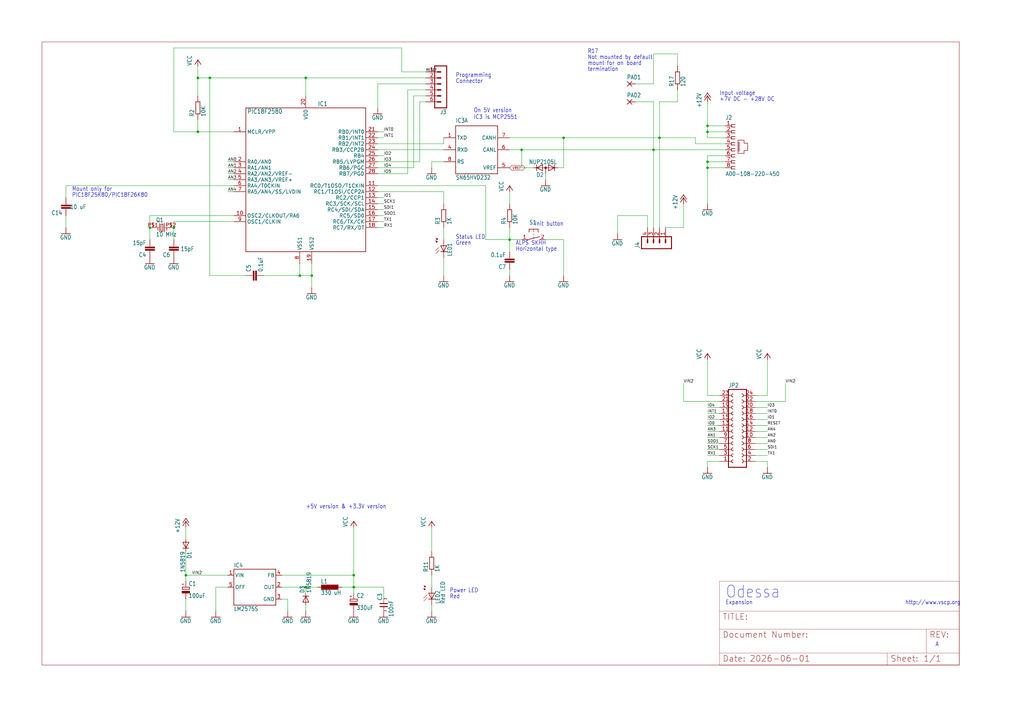
<source format=kicad_sch>
(kicad_sch (version 20250114) (generator "eeschema") (generator_version "9.0")
  (paper "User" 433.807 302.311)
  (lib_symbols
    (symbol "odessa_rev_A-eagle-import:+12V" (power)
      (symbol "+12V_1_0"
        (pin power_in line (at 0 -2.54 90) (length 2.54) (name "+12V") (number "1"))
      )
    )
    (symbol "odessa_rev_A-eagle-import:1,6/0,8"
      (property "Reference" "PAD" (at -1.143 1.8542 0))
      (symbol "1,6/0,8_1_0"
        (pin passive line (at 2.54 0 180) (length 2.54) (name "P") (number "1"))
      )
    )
    (symbol "odessa_rev_A-eagle-import:31-XX"
      (property "Reference" "S" (at -6.35 -1.905 90))
      (symbol "31-XX_1_0"
        (pin passive line (at 0 5.08 270) (length 2.54) (name "S") (number "2"))
        (pin passive line (at 0 -5.08 90) (length 2.54) (name "P") (number "1"))
      )
    )
    (symbol "odessa_rev_A-eagle-import:A00-108-220-450"
      (symbol "A00-108-220-450_1_0"
        (pin passive line (at 0 7.62 0) (length 2.54) (name "1") (number "1"))
        (pin passive line (at 0 5.08 0) (length 2.54) (name "2") (number "2"))
        (pin passive line (at 0 2.54 0) (length 2.54) (name "3") (number "3"))
        (pin passive line (at 0 0 0) (length 2.54) (name "4") (number "4"))
        (pin passive line (at 0 -2.54 0) (length 2.54) (name "5") (number "5"))
        (pin passive line (at 0 -5.08 0) (length 2.54) (name "6") (number "6"))
        (pin passive line (at 0 -7.62 0) (length 2.54) (name "7") (number "7"))
        (pin passive line (at 0 -10.16 0) (length 2.54) (name "8") (number "8"))
      )
    )
    (symbol "odessa_rev_A-eagle-import:C-EUC0805"
      (property "Reference" "C" (at 1.524 0.381 0))
      (symbol "C-EUC0805_1_0"
        (pin passive line (at 0 2.54 270) (length 2.54) (name "1") (number "1"))
        (pin passive line (at 0 -5.08 90) (length 2.54) (name "2") (number "2"))
      )
    )
    (symbol "odessa_rev_A-eagle-import:CNP-0805"
      (property "Reference" "C" (at 1.905 0.635 0))
      (symbol "CNP-0805_1_0"
        (text "1" (at -2.794 -1.27 0) (effects (font (size 0.8636 0.734)) (justify left bottom)))
        (text "2" (at 2.286 -1.27 0) (effects (font (size 0.8636 0.734)) (justify left bottom)))
        (pin passive line (at -2.54 0 0) (length 0) (name "1") (number "1"))
        (pin passive line (at 2.54 0 180) (length 0) (name "2") (number "2"))
      )
    )
    (symbol "odessa_rev_A-eagle-import:CPOL-EUD"
      (property "Reference" "C" (at 1.143 0.4826 0))
      (symbol "CPOL-EUD_1_0"
        (text "+" (at -0.5842 0.4064 900) (effects (font (size 1.27 1.0795)) (justify left bottom)))
        (pin passive line (at 0 2.54 270) (length 2.54) (name "+") (number "+"))
        (pin passive line (at 0 -5.08 90) (length 2.54) (name "-") (number "-"))
      )
    )
    (symbol "odessa_rev_A-eagle-import:DINA3_L"
      (symbol "DINA3_L_2_0"
        (text "TITLE:" (at 1.27 19.05 0) (effects (font (size 2.54 2.54)) (justify left bottom)))
        (text "Document Number:" (at 1.27 11.43 0) (effects (font (size 2.54 2.54)) (justify left bottom)))
        (text "Date:" (at 1.27 1.27 0) (effects (font (size 2.54 2.54)) (justify left bottom)))
        (text "${CURRENT_DATE}" (at 12.7 1.27 0) (effects (font (size 2.54 2.54)) (justify left bottom)))
        (text "${PROJECTNAME}" (at 17.78 19.05 0) (effects (font (size 2.54 2.54)) (justify left bottom)))
        (text "Sheet:" (at 72.39 1.27 0) (effects (font (size 2.54 2.54)) (justify left bottom)))
        (text "${#}/${##}" (at 86.36 1.27 0) (effects (font (size 2.54 2.54)) (justify left bottom)))
        (text "REV:" (at 88.9 11.43 0) (effects (font (size 2.54 2.54)) (justify left bottom)))
      )
    )
    (symbol "odessa_rev_A-eagle-import:DIODE-2CA|ACSOT23"
      (property "Reference" "D" (at 0.762 2.0066 0))
      (symbol "DIODE-2CA|ACSOT23_1_0"
        (pin passive line (at -5.08 0 0) (length 2.54) (name "K1") (number "1"))
        (pin passive line (at 0 2.54 270) (length 2.54) (name "A") (number "3"))
        (pin passive line (at 5.08 0 180) (length 2.54) (name "K2") (number "2"))
      )
    )
    (symbol "odessa_rev_A-eagle-import:DIODE-SOD123"
      (property "Reference" "D" (at 2.54 0.4826 0))
      (symbol "DIODE-SOD123_1_0"
        (pin passive line (at -2.54 0 0) (length 2.54) (name "A") (number "A"))
        (pin passive line (at 2.54 0 180) (length 2.54) (name "C") (number "C"))
      )
    )
    (symbol "odessa_rev_A-eagle-import:DO3316P"
      (property "Reference" "L" (at -3.81 1.4986 0))
      (symbol "DO3316P_1_0"
        (pin passive line (at -5.08 0 0) (length 2.54) (name "1") (number "1"))
        (pin passive line (at 5.08 0 180) (length 2.54) (name "2") (number "2"))
      )
    )
    (symbol "odessa_rev_A-eagle-import:FE12-2"
      (property "Reference" "SV" (at -3.81 16.002 0))
      (symbol "FE12-2_1_0"
        (pin passive line (at -7.62 12.7 0) (length 5.08) (name "23") (number "23"))
        (pin passive line (at -7.62 10.16 0) (length 5.08) (name "21") (number "21"))
        (pin passive line (at -7.62 7.62 0) (length 5.08) (name "19") (number "19"))
        (pin passive line (at -7.62 5.08 0) (length 5.08) (name "17") (number "17"))
        (pin passive line (at -7.62 2.54 0) (length 5.08) (name "15") (number "15"))
        (pin passive line (at -7.62 0 0) (length 5.08) (name "13") (number "13"))
        (pin passive line (at -7.62 -2.54 0) (length 5.08) (name "11") (number "11"))
        (pin passive line (at -7.62 -5.08 0) (length 5.08) (name "9") (number "9"))
        (pin passive line (at -7.62 -7.62 0) (length 5.08) (name "7") (number "7"))
        (pin passive line (at -7.62 -10.16 0) (length 5.08) (name "5") (number "5"))
        (pin passive line (at -7.62 -12.7 0) (length 5.08) (name "3") (number "3"))
        (pin passive line (at -7.62 -15.24 0) (length 5.08) (name "1") (number "1"))
        (pin passive line (at 7.62 12.7 180) (length 5.08) (name "24") (number "24"))
        (pin passive line (at 7.62 10.16 180) (length 5.08) (name "22") (number "22"))
        (pin passive line (at 7.62 7.62 180) (length 5.08) (name "20") (number "20"))
        (pin passive line (at 7.62 5.08 180) (length 5.08) (name "18") (number "18"))
        (pin passive line (at 7.62 2.54 180) (length 5.08) (name "16") (number "16"))
        (pin passive line (at 7.62 0 180) (length 5.08) (name "14") (number "14"))
        (pin passive line (at 7.62 -2.54 180) (length 5.08) (name "12") (number "12"))
        (pin passive line (at 7.62 -5.08 180) (length 5.08) (name "10") (number "10"))
        (pin passive line (at 7.62 -7.62 180) (length 5.08) (name "8") (number "8"))
        (pin passive line (at 7.62 -10.16 180) (length 5.08) (name "6") (number "6"))
        (pin passive line (at 7.62 -12.7 180) (length 5.08) (name "4") (number "4"))
        (pin passive line (at 7.62 -15.24 180) (length 5.08) (name "2") (number "2"))
      )
    )
    (symbol "odessa_rev_A-eagle-import:GND" (power)
      (symbol "GND_1_0"
        (pin power_in line (at 0 2.54 270) (length 2.54) (name "GND") (number "1"))
      )
    )
    (symbol "odessa_rev_A-eagle-import:HC-49S"
      (symbol "HC-49S_1_0"
        (text "1" (at -2.159 -1.143 0) (effects (font (size 0.8636 0.734)) (justify left bottom)))
        (text "2" (at 1.524 -1.143 0) (effects (font (size 0.8636 0.734)) (justify left bottom)))
        (pin passive line (at -5.08 0 0) (length 2.54) (name "1") (number "P$1"))
        (pin passive line (at 5.08 0 180) (length 2.54) (name "2") (number "P$2"))
      )
    )
    (symbol "odessa_rev_A-eagle-import:LEDCHIP-LED0805"
      (property "Reference" "LED" (at 3.556 -4.572 90))
      (symbol "LEDCHIP-LED0805_1_0"
        (pin passive line (at 0 2.54 270) (length 2.54) (name "A") (number "A"))
        (pin passive line (at 0 -5.08 90) (length 2.54) (name "C") (number "C"))
      )
    )
    (symbol "odessa_rev_A-eagle-import:LM2575S"
      (property "Reference" "IC" (at -7.62 8.28 0))
      (symbol "LM2575S_1_0"
        (pin power_in line (at -10.16 5.08 0) (length 2.54) (name "VIN") (number "1"))
        (pin input line (at -10.16 0 0) (length 2.54) (name "OFF") (number "5"))
        (pin input line (at 12.7 5.08 180) (length 2.54) (name "FB") (number "4"))
        (pin output line (at 12.7 0 180) (length 2.54) (name "OUT") (number "2"))
        (pin power_in line (at 12.7 -5.08 180) (length 2.54) (name "GND") (number "3"))
      )
    )
    (symbol "odessa_rev_A-eagle-import:MA04-1"
      (property "Reference" "SV" (at -1.27 5.842 0))
      (symbol "MA04-1_1_0"
        (pin passive line (at 7.62 2.54 180) (length 5.08) (name "4") (number "4"))
        (pin passive line (at 7.62 0 180) (length 5.08) (name "3") (number "3"))
        (pin passive line (at 7.62 -2.54 180) (length 5.08) (name "2") (number "2"))
        (pin passive line (at 7.62 -5.08 180) (length 5.08) (name "1") (number "1"))
      )
    )
    (symbol "odessa_rev_A-eagle-import:MA06-1"
      (property "Reference" "SV" (at -1.27 8.382 0))
      (symbol "MA06-1_1_0"
        (pin passive line (at 7.62 5.08 180) (length 5.08) (name "6") (number "6"))
        (pin passive line (at 7.62 2.54 180) (length 5.08) (name "5") (number "5"))
        (pin passive line (at 7.62 0 180) (length 5.08) (name "4") (number "4"))
        (pin passive line (at 7.62 -2.54 180) (length 5.08) (name "3") (number "3"))
        (pin passive line (at 7.62 -5.08 180) (length 5.08) (name "2") (number "2"))
        (pin passive line (at 7.62 -7.62 180) (length 5.08) (name "1") (number "1"))
      )
    )
    (symbol "odessa_rev_A-eagle-import:MCP2551SN"
      (property "Reference" "U" (at -2.54 0 0))
      (symbol "MCP2551SN_1_0"
        (pin input line (at -15.24 5.08 0) (length 5.08) (name "TXD") (number "1"))
        (pin output line (at -15.24 0 0) (length 5.08) (name "RXD") (number "4"))
        (pin input line (at -15.24 -5.08 0) (length 5.08) (name "RS") (number "8"))
        (pin bidirectional line (at 12.7 5.08 180) (length 5.08) (name "CANH") (number "7"))
        (pin bidirectional line (at 12.7 0 180) (length 5.08) (name "CANL") (number "6"))
        (pin power_in line (at 12.7 -7.62 180) (length 5.08) (name "VREF") (number "5"))
      )
      (symbol "MCP2551SN_2_0"
        (text "VDD" (at 2.54 2.54 900) (effects (font (size 1.4224 1.209)) (justify left bottom)))
        (text "VDD" (at 2.54 2.54 900) (effects (font (size 1.4224 1.209)) (justify left bottom)))
        (text "VSS" (at 2.54 -7.62 900) (effects (font (size 1.4224 1.209)) (justify left bottom)))
        (text "VSS" (at 2.54 -7.62 900) (effects (font (size 1.4224 1.209)) (justify left bottom)))
        (pin power_in line (at 0 7.62 270) (length 5.08) (name "VDD") (number "3"))
        (pin power_in line (at 0 -7.62 90) (length 5.08) (name "VSS") (number "2"))
      )
    )
    (symbol "odessa_rev_A-eagle-import:PIC18F252-?I/SO"
      (property "Reference" "IC" (at 5.08 31.115 0))
      (symbol "PIC18F252-?I/SO_1_0"
        (pin input line (at -30.48 20.32 0) (length 5.08) (name "MCLR/VPP") (number "1"))
        (pin bidirectional line (at -30.48 7.62 0) (length 5.08) (name "RA0/AN0") (number "2"))
        (pin bidirectional line (at -30.48 5.08 0) (length 5.08) (name "RA1/AN1") (number "3"))
        (pin bidirectional line (at -30.48 2.54 0) (length 5.08) (name "RA2/AN2/VREF-") (number "4"))
        (pin bidirectional line (at -30.48 0 0) (length 5.08) (name "RA3/AN3/VREF+") (number "5"))
        (pin open_collector line (at -30.48 -2.54 0) (length 5.08) (name "RA4/T0CKIN") (number "6"))
        (pin bidirectional line (at -30.48 -5.08 0) (length 5.08) (name "RA5/AN4/SS/LVDIN") (number "7"))
        (pin output line (at -30.48 -15.24 0) (length 5.08) (name "OSC2/CLKOUT/RA6") (number "10"))
        (pin input line (at -30.48 -17.78 0) (length 5.08) (name "OSC1/CLKIN") (number "9"))
        (pin power_in line (at -2.54 -35.56 90) (length 5.08) (name "VSS1") (number "8"))
        (pin power_in line (at 0 35.56 270) (length 5.08) (name "VDD") (number "20"))
        (pin power_in line (at 2.54 -35.56 90) (length 5.08) (name "VSS2") (number "19"))
        (pin bidirectional line (at 30.48 20.32 180) (length 5.08) (name "RB0/INT0") (number "21"))
        (pin bidirectional line (at 30.48 17.78 180) (length 5.08) (name "RB1/INT1") (number "22"))
        (pin bidirectional line (at 30.48 15.24 180) (length 5.08) (name "RB2/INT2") (number "23"))
        (pin bidirectional line (at 30.48 12.7 180) (length 5.08) (name "RB3/CCP2B") (number "24"))
        (pin bidirectional line (at 30.48 10.16 180) (length 5.08) (name "RB4") (number "25"))
        (pin bidirectional line (at 30.48 7.62 180) (length 5.08) (name "RB5/LVPGM") (number "26"))
        (pin bidirectional line (at 30.48 5.08 180) (length 5.08) (name "RB6/PGC") (number "27"))
        (pin bidirectional line (at 30.48 2.54 180) (length 5.08) (name "RB7/PGD") (number "28"))
        (pin bidirectional line (at 30.48 -2.54 180) (length 5.08) (name "RC0/T1OSO/T1CKIN") (number "11"))
        (pin bidirectional line (at 30.48 -5.08 180) (length 5.08) (name "RC1/T1OSI/CCP2A") (number "12"))
        (pin bidirectional line (at 30.48 -7.62 180) (length 5.08) (name "RC2/CCP1") (number "13"))
        (pin bidirectional line (at 30.48 -10.16 180) (length 5.08) (name "RC3/SCK/SCL") (number "14"))
        (pin bidirectional line (at 30.48 -12.7 180) (length 5.08) (name "RC4/SDI/SDA") (number "15"))
        (pin bidirectional line (at 30.48 -15.24 180) (length 5.08) (name "RC5/SD0") (number "16"))
        (pin bidirectional line (at 30.48 -17.78 180) (length 5.08) (name "RC6/TX/CK") (number "17"))
        (pin bidirectional line (at 30.48 -20.32 180) (length 5.08) (name "RC7/RX/DT") (number "18"))
      )
    )
    (symbol "odessa_rev_A-eagle-import:R-EU_R0805"
      (property "Reference" "R" (at -3.81 1.4986 0))
      (symbol "R-EU_R0805_1_0"
        (pin passive line (at -5.08 0 0) (length 2.54) (name "1") (number "1"))
        (pin passive line (at 5.08 0 180) (length 2.54) (name "2") (number "2"))
      )
    )
    (symbol "odessa_rev_A-eagle-import:VCC" (power)
      (symbol "VCC_1_0"
        (pin power_in line (at 0 -2.54 90) (length 2.54) (name "VCC") (number "1"))
      )
    )
  )
  (text "Red" (at 190.5 254 0) (effects (font (size 1.778 1.5113)) (justify left bottom)))
  (text "Green" (at 193.04 104.14 0) (effects (font (size 1.778 1.5113)) (justify left bottom)))
  (text "Not mounted by default" (at 248.92 25.4 0) (effects (font (size 1.778 1.5113)) (justify left bottom)))
  (text "Odessa" (at 307.34 254 0) (effects (font (size 5.08 4.318)) (justify left bottom)))
  (text "Init button" (at 238.76 93.98 0) (effects (font (size 1.778 1.5113)) (justify right top)))
  (text "Horizontal type" (at 218.44 106.68 0) (effects (font (size 1.778 1.5113)) (justify left bottom)))
  (text "Power LED" (at 190.5 251.46 0) (effects (font (size 1.778 1.5113)) (justify left bottom)))
  (text "Input voltage" (at 304.8 40.64 0) (effects (font (size 1.778 1.5113)) (justify left bottom)))
  (text "On 5V version\nIC3 is MCP2551" (at 200.66 50.8 0) (effects (font (size 1.778 1.5113)) (justify left bottom)))
  (text "+7V DC - +28V DC" (at 304.8 43.18 0) (effects (font (size 1.778 1.5113)) (justify left bottom)))
  (text "R17" (at 248.92 22.86 0) (effects (font (size 1.778 1.5113)) (justify left bottom)))
  (text "http://www.vscp.org" (at 383.54 256.54 0) (effects (font (size 1.778 1.5113)) (justify left bottom)))
  (text "A" (at 396.24 274.32 0) (effects (font (size 1.778 1.5113)) (justify left bottom)))
  (text "termination" (at 248.92 30.48 0) (effects (font (size 1.778 1.5113)) (justify left bottom)))
  (text "mount for on board" (at 248.92 27.94 0) (effects (font (size 1.778 1.5113)) (justify left bottom)))
  (text "Status LED" (at 193.04 101.6 0) (effects (font (size 1.778 1.5113)) (justify left bottom)))
  (text "ALPS SKHH" (at 218.44 104.14 0) (effects (font (size 1.778 1.5113)) (justify left bottom)))
  (text "Connector" (at 193.04 35.56 0) (effects (font (size 1.778 1.5113)) (justify left bottom)))
  (text "PIC18F25K80/PIC18F26K80" (at 30.48 83.82 0) (effects (font (size 1.778 1.5113)) (justify left bottom)))
  (text "Programming" (at 193.04 33.02 0) (effects (font (size 1.778 1.5113)) (justify left bottom)))
  (text "Mount only for" (at 30.48 81.28 0) (effects (font (size 1.778 1.5113)) (justify left bottom)))
  (text "+5V version & +3.3V version" (at 129.54 215.9 0) (effects (font (size 1.778 1.5113)) (justify left bottom)))
  (text "Expansion" (at 307.34 256.54 0) (effects (font (size 1.778 1.5113)) (justify left bottom)))
  (junction (at 220.98 63.5))
  (junction (at 149.86 248.92))
  (junction (at 238.76 58.42))
  (junction (at 83.82 33.02))
  (junction (at 279.4 58.42))
  (junction (at 132.08 116.84))
  (junction (at 63.5 96.52))
  (junction (at 299.72 68.58))
  (junction (at 78.74 243.84))
  (junction (at 83.82 55.88))
  (junction (at 73.66 96.52))
  (junction (at 299.72 55.88))
  (junction (at 215.9 101.6))
  (junction (at 149.86 243.84))
  (junction (at 129.54 248.92))
  (junction (at 299.72 71.12))
  (junction (at 88.9 33.02))
  (junction (at 276.86 63.5))
  (junction (at 299.72 53.34))
  (junction (at 129.54 33.02))
  (junction (at 127 116.84))
  (wire (pts (xy 160.02 58.42) (xy 162.56 58.42)) (stroke (width 0.1524)))
  (wire (pts (xy 261.62 91.44) (xy 261.62 99.06)) (stroke (width 0.1524)))
  (wire (pts (xy 299.72 195.58) (xy 299.72 198.12)) (stroke (width 0.1524)))
  (wire (pts (xy 187.96 101.6) (xy 187.96 96.52)) (stroke (width 0.1524)))
  (wire (pts (xy 149.86 243.84) (xy 149.86 248.92)) (stroke (width 0.1524)))
  (wire (pts (xy 88.9 33.02) (xy 83.82 33.02)) (stroke (width 0.1524)))
  (wire (pts (xy 177.8 68.58) (xy 160.02 68.58)) (stroke (width 0.1524)))
  (wire (pts (xy 160.02 86.36) (xy 162.56 86.36)) (stroke (width 0.1524)))
  (wire (pts (xy 299.72 55.88) (xy 299.72 53.34)) (stroke (width 0.1524)))
  (wire (pts (xy 238.76 101.6) (xy 238.76 116.84)) (stroke (width 0.1524)))
  (wire (pts (xy 287.02 43.18) (xy 279.4 43.18)) (stroke (width 0.1524)))
  (wire (pts (xy 180.34 43.18) (xy 177.8 43.18)) (stroke (width 0.1524)))
  (wire (pts (xy 299.72 68.58) (xy 299.72 71.12)) (stroke (width 0.1524)))
  (wire (pts (xy 304.8 180.34) (xy 299.72 180.34)) (stroke (width 0.1524)))
  (wire (pts (xy 160.02 96.52) (xy 162.56 96.52)) (stroke (width 0.1524)))
  (wire (pts (xy 160.02 78.74) (xy 205.74 78.74)) (stroke (width 0.1524)))
  (wire (pts (xy 99.06 71.12) (xy 96.52 71.12)) (stroke (width 0.1524)))
  (wire (pts (xy 215.9 96.52) (xy 215.9 101.6)) (stroke (width 0.1524)))
  (wire (pts (xy 320.04 170.18) (xy 332.74 170.18)) (stroke (width 0.1524)))
  (wire (pts (xy 27.94 78.74) (xy 27.94 83.82)) (stroke (width 0.1524)))
  (wire (pts (xy 304.8 185.42) (xy 299.72 185.42)) (stroke (width 0.1524)))
  (wire (pts (xy 287.02 38.1) (xy 287.02 43.18)) (stroke (width 0.1524)))
  (wire (pts (xy 172.72 73.66) (xy 160.02 73.66)) (stroke (width 0.1524)))
  (wire (pts (xy 307.34 58.42) (xy 299.72 58.42)) (stroke (width 0.1524)))
  (wire (pts (xy 132.08 116.84) (xy 132.08 111.76)) (stroke (width 0.1524)))
  (wire (pts (xy 160.02 88.9) (xy 162.56 88.9)) (stroke (width 0.1524)))
  (wire (pts (xy 99.06 91.44) (xy 63.5 91.44)) (stroke (width 0.1524)))
  (wire (pts (xy 289.56 170.18) (xy 289.56 162.56)) (stroke (width 0.1524)))
  (wire (pts (xy 99.06 78.74) (xy 27.94 78.74)) (stroke (width 0.1524)))
  (wire (pts (xy 149.86 248.92) (xy 144.78 248.92)) (stroke (width 0.1524)))
  (wire (pts (xy 187.96 60.96) (xy 187.96 58.42)) (stroke (width 0.1524)))
  (wire (pts (xy 27.94 96.52) (xy 27.94 91.44)) (stroke (width 0.1524)))
  (wire (pts (xy 304.8 193.04) (xy 299.72 193.04)) (stroke (width 0.1524)))
  (wire (pts (xy 299.72 71.12) (xy 299.72 86.36)) (stroke (width 0.1524)))
  (wire (pts (xy 172.72 38.1) (xy 172.72 73.66)) (stroke (width 0.1524)))
  (wire (pts (xy 279.4 58.42) (xy 294.64 58.42)) (stroke (width 0.1524)))
  (wire (pts (xy 162.56 248.92) (xy 162.56 254)) (stroke (width 0.1524)))
  (wire (pts (xy 220.98 71.12) (xy 220.98 63.5)) (stroke (width 0.1524)))
  (wire (pts (xy 83.82 40.64) (xy 83.82 33.02)) (stroke (width 0.1524)))
  (wire (pts (xy 73.66 20.32) (xy 73.66 55.88)) (stroke (width 0.1524)))
  (wire (pts (xy 320.04 177.8) (xy 325.12 177.8)) (stroke (width 0.1524)))
  (wire (pts (xy 269.24 35.56) (xy 276.86 35.56)) (stroke (width 0.1524)))
  (wire (pts (xy 304.8 187.96) (xy 299.72 187.96)) (stroke (width 0.1524)))
  (wire (pts (xy 127 111.76) (xy 127 116.84)) (stroke (width 0.1524)))
  (wire (pts (xy 127 116.84) (xy 132.08 116.84)) (stroke (width 0.1524)))
  (wire (pts (xy 304.8 195.58) (xy 299.72 195.58)) (stroke (width 0.1524)))
  (wire (pts (xy 238.76 58.42) (xy 279.4 58.42)) (stroke (width 0.1524)))
  (wire (pts (xy 63.5 96.52) (xy 63.5 101.6)) (stroke (width 0.1524)))
  (wire (pts (xy 320.04 175.26) (xy 325.12 175.26)) (stroke (width 0.1524)))
  (wire (pts (xy 325.12 167.64) (xy 325.12 152.4)) (stroke (width 0.1524)))
  (wire (pts (xy 304.8 182.88) (xy 299.72 182.88)) (stroke (width 0.1524)))
  (wire (pts (xy 215.9 63.5) (xy 220.98 63.5)) (stroke (width 0.1524)))
  (wire (pts (xy 307.34 68.58) (xy 299.72 68.58)) (stroke (width 0.1524)))
  (wire (pts (xy 182.88 71.12) (xy 182.88 68.58)) (stroke (width 0.1524)))
  (wire (pts (xy 304.8 167.64) (xy 299.72 167.64)) (stroke (width 0.1524)))
  (wire (pts (xy 160.02 63.5) (xy 187.96 63.5)) (stroke (width 0.1524)))
  (wire (pts (xy 99.06 73.66) (xy 96.52 73.66)) (stroke (width 0.1524)))
  (wire (pts (xy 149.86 248.92) (xy 162.56 248.92)) (stroke (width 0.1524)))
  (wire (pts (xy 121.92 254) (xy 121.92 259.08)) (stroke (width 0.1524)))
  (wire (pts (xy 215.9 86.36) (xy 215.9 81.28)) (stroke (width 0.1524)))
  (wire (pts (xy 332.74 170.18) (xy 332.74 162.56)) (stroke (width 0.1524)))
  (wire (pts (xy 279.4 96.52) (xy 279.4 58.42)) (stroke (width 0.1524)))
  (wire (pts (xy 160.02 60.96) (xy 187.96 60.96)) (stroke (width 0.1524)))
  (wire (pts (xy 205.74 78.74) (xy 205.74 101.6)) (stroke (width 0.1524)))
  (wire (pts (xy 304.8 172.72) (xy 299.72 172.72)) (stroke (width 0.1524)))
  (wire (pts (xy 231.14 76.2) (xy 231.14 73.66)) (stroke (width 0.1524)))
  (wire (pts (xy 170.18 20.32) (xy 73.66 20.32)) (stroke (width 0.1524)))
  (wire (pts (xy 160.02 91.44) (xy 162.56 91.44)) (stroke (width 0.1524)))
  (wire (pts (xy 215.9 101.6) (xy 215.9 106.68)) (stroke (width 0.1524)))
  (wire (pts (xy 320.04 195.58) (xy 325.12 195.58)) (stroke (width 0.1524)))
  (wire (pts (xy 99.06 68.58) (xy 96.52 68.58)) (stroke (width 0.1524)))
  (wire (pts (xy 187.96 109.22) (xy 187.96 116.84)) (stroke (width 0.1524)))
  (wire (pts (xy 160.02 66.04) (xy 162.56 66.04)) (stroke (width 0.1524)))
  (wire (pts (xy 73.66 93.98) (xy 99.06 93.98)) (stroke (width 0.1524)))
  (wire (pts (xy 160.02 81.28) (xy 187.96 81.28)) (stroke (width 0.1524)))
  (wire (pts (xy 226.06 71.12) (xy 220.98 71.12)) (stroke (width 0.1524)))
  (wire (pts (xy 160.02 45.72) (xy 160.02 35.56)) (stroke (width 0.1524)))
  (wire (pts (xy 307.34 53.34) (xy 299.72 53.34)) (stroke (width 0.1524)))
  (wire (pts (xy 299.72 53.34) (xy 299.72 43.18)) (stroke (width 0.1524)))
  (wire (pts (xy 307.34 71.12) (xy 299.72 71.12)) (stroke (width 0.1524)))
  (wire (pts (xy 320.04 172.72) (xy 325.12 172.72)) (stroke (width 0.1524)))
  (wire (pts (xy 96.52 243.84) (xy 78.74 243.84)) (stroke (width 0.1524)))
  (wire (pts (xy 304.8 175.26) (xy 299.72 175.26)) (stroke (width 0.1524)))
  (wire (pts (xy 88.9 116.84) (xy 88.9 33.02)) (stroke (width 0.1524)))
  (wire (pts (xy 78.74 228.6) (xy 78.74 223.52)) (stroke (width 0.1524)))
  (wire (pts (xy 160.02 83.82) (xy 162.56 83.82)) (stroke (width 0.1524)))
  (wire (pts (xy 287.02 22.86) (xy 276.86 22.86)) (stroke (width 0.1524)))
  (wire (pts (xy 236.22 71.12) (xy 238.76 71.12)) (stroke (width 0.1524)))
  (wire (pts (xy 111.76 116.84) (xy 127 116.84)) (stroke (width 0.1524)))
  (wire (pts (xy 238.76 71.12) (xy 238.76 58.42)) (stroke (width 0.1524)))
  (wire (pts (xy 287.02 27.94) (xy 287.02 22.86)) (stroke (width 0.1524)))
  (wire (pts (xy 73.66 101.6) (xy 73.66 96.52)) (stroke (width 0.1524)))
  (wire (pts (xy 78.74 254) (xy 78.74 259.08)) (stroke (width 0.1524)))
  (wire (pts (xy 187.96 81.28) (xy 187.96 86.36)) (stroke (width 0.1524)))
  (wire (pts (xy 129.54 248.92) (xy 134.62 248.92)) (stroke (width 0.1524)))
  (wire (pts (xy 320.04 167.64) (xy 325.12 167.64)) (stroke (width 0.1524)))
  (wire (pts (xy 119.38 248.92) (xy 129.54 248.92)) (stroke (width 0.1524)))
  (wire (pts (xy 180.34 30.48) (xy 170.18 30.48)) (stroke (width 0.1524)))
  (wire (pts (xy 276.86 35.56) (xy 276.86 22.86)) (stroke (width 0.1524)))
  (wire (pts (xy 215.9 101.6) (xy 205.74 101.6)) (stroke (width 0.1524)))
  (wire (pts (xy 320.04 185.42) (xy 325.12 185.42)) (stroke (width 0.1524)))
  (wire (pts (xy 177.8 43.18) (xy 177.8 68.58)) (stroke (width 0.1524)))
  (wire (pts (xy 149.86 243.84) (xy 149.86 223.52)) (stroke (width 0.1524)))
  (wire (pts (xy 129.54 256.54) (xy 129.54 259.08)) (stroke (width 0.1524)))
  (wire (pts (xy 182.88 256.54) (xy 182.88 259.08)) (stroke (width 0.1524)))
  (wire (pts (xy 129.54 251.46) (xy 129.54 248.92)) (stroke (width 0.1524)))
  (wire (pts (xy 73.66 55.88) (xy 83.82 55.88)) (stroke (width 0.1524)))
  (wire (pts (xy 119.38 243.84) (xy 149.86 243.84)) (stroke (width 0.1524)))
  (wire (pts (xy 129.54 33.02) (xy 180.34 33.02)) (stroke (width 0.1524)))
  (wire (pts (xy 182.88 68.58) (xy 187.96 68.58)) (stroke (width 0.1524)))
  (wire (pts (xy 99.06 76.2) (xy 96.52 76.2)) (stroke (width 0.1524)))
  (wire (pts (xy 78.74 233.68) (xy 78.74 243.84)) (stroke (width 0.1524)))
  (wire (pts (xy 129.54 40.64) (xy 129.54 33.02)) (stroke (width 0.1524)))
  (wire (pts (xy 129.54 33.02) (xy 88.9 33.02)) (stroke (width 0.1524)))
  (wire (pts (xy 279.4 43.18) (xy 279.4 58.42)) (stroke (width 0.1524)))
  (wire (pts (xy 281.94 96.52) (xy 289.56 96.52)) (stroke (width 0.1524)))
  (wire (pts (xy 83.82 33.02) (xy 83.82 27.94)) (stroke (width 0.1524)))
  (wire (pts (xy 294.64 60.96) (xy 307.34 60.96)) (stroke (width 0.1524)))
  (wire (pts (xy 215.9 101.6) (xy 220.98 101.6)) (stroke (width 0.1524)))
  (wire (pts (xy 160.02 55.88) (xy 162.56 55.88)) (stroke (width 0.1524)))
  (wire (pts (xy 231.14 101.6) (xy 238.76 101.6)) (stroke (width 0.1524)))
  (wire (pts (xy 269.24 43.18) (xy 276.86 43.18)) (stroke (width 0.1524)))
  (wire (pts (xy 104.14 116.84) (xy 88.9 116.84)) (stroke (width 0.1524)))
  (wire (pts (xy 91.44 248.92) (xy 91.44 259.08)) (stroke (width 0.1524)))
  (wire (pts (xy 83.82 55.88) (xy 99.06 55.88)) (stroke (width 0.1524)))
  (wire (pts (xy 320.04 180.34) (xy 325.12 180.34)) (stroke (width 0.1524)))
  (wire (pts (xy 276.86 43.18) (xy 276.86 63.5)) (stroke (width 0.1524)))
  (wire (pts (xy 73.66 96.52) (xy 73.66 93.98)) (stroke (width 0.1524)))
  (wire (pts (xy 307.34 66.04) (xy 299.72 66.04)) (stroke (width 0.1524)))
  (wire (pts (xy 276.86 63.5) (xy 307.34 63.5)) (stroke (width 0.1524)))
  (wire (pts (xy 320.04 190.5) (xy 325.12 190.5)) (stroke (width 0.1524)))
  (wire (pts (xy 220.98 63.5) (xy 276.86 63.5)) (stroke (width 0.1524)))
  (wire (pts (xy 83.82 50.8) (xy 83.82 55.88)) (stroke (width 0.1524)))
  (wire (pts (xy 182.88 233.68) (xy 182.88 223.52)) (stroke (width 0.1524)))
  (wire (pts (xy 63.5 91.44) (xy 63.5 96.52)) (stroke (width 0.1524)))
  (wire (pts (xy 78.74 246.38) (xy 78.74 243.84)) (stroke (width 0.1524)))
  (wire (pts (xy 160.02 93.98) (xy 162.56 93.98)) (stroke (width 0.1524)))
  (wire (pts (xy 215.9 114.3) (xy 215.9 116.84)) (stroke (width 0.1524)))
  (wire (pts (xy 304.8 190.5) (xy 299.72 190.5)) (stroke (width 0.1524)))
  (wire (pts (xy 304.8 170.18) (xy 289.56 170.18)) (stroke (width 0.1524)))
  (wire (pts (xy 299.72 58.42) (xy 299.72 55.88)) (stroke (width 0.1524)))
  (wire (pts (xy 99.06 81.28) (xy 96.52 81.28)) (stroke (width 0.1524)))
  (wire (pts (xy 160.02 35.56) (xy 180.34 35.56)) (stroke (width 0.1524)))
  (wire (pts (xy 325.12 195.58) (xy 325.12 198.12)) (stroke (width 0.1524)))
  (wire (pts (xy 132.08 121.92) (xy 132.08 116.84)) (stroke (width 0.1524)))
  (wire (pts (xy 182.88 248.92) (xy 182.88 243.84)) (stroke (width 0.1524)))
  (wire (pts (xy 170.18 30.48) (xy 170.18 20.32)) (stroke (width 0.1524)))
  (wire (pts (xy 276.86 96.52) (xy 276.86 63.5)) (stroke (width 0.1524)))
  (wire (pts (xy 180.34 38.1) (xy 172.72 38.1)) (stroke (width 0.1524)))
  (wire (pts (xy 160.02 71.12) (xy 175.26 71.12)) (stroke (width 0.1524)))
  (wire (pts (xy 307.34 55.88) (xy 299.72 55.88)) (stroke (width 0.1524)))
  (wire (pts (xy 96.52 248.92) (xy 91.44 248.92)) (stroke (width 0.1524)))
  (wire (pts (xy 274.32 91.44) (xy 261.62 91.44)) (stroke (width 0.1524)))
  (wire (pts (xy 149.86 251.46) (xy 149.86 248.92)) (stroke (width 0.1524)))
  (wire (pts (xy 119.38 254) (xy 121.92 254)) (stroke (width 0.1524)))
  (wire (pts (xy 320.04 193.04) (xy 325.12 193.04)) (stroke (width 0.1524)))
  (wire (pts (xy 299.72 167.64) (xy 299.72 152.4)) (stroke (width 0.1524)))
  (wire (pts (xy 175.26 71.12) (xy 175.26 40.64)) (stroke (width 0.1524)))
  (wire (pts (xy 215.9 58.42) (xy 238.76 58.42)) (stroke (width 0.1524)))
  (wire (pts (xy 320.04 187.96) (xy 325.12 187.96)) (stroke (width 0.1524)))
  (wire (pts (xy 299.72 66.04) (xy 299.72 68.58)) (stroke (width 0.1524)))
  (wire (pts (xy 175.26 40.64) (xy 180.34 40.64)) (stroke (width 0.1524)))
  (wire (pts (xy 274.32 96.52) (xy 274.32 91.44)) (stroke (width 0.1524)))
  (wire (pts (xy 289.56 96.52) (xy 289.56 86.36)) (stroke (width 0.1524)))
  (wire (pts (xy 294.64 58.42) (xy 294.64 60.96)) (stroke (width 0.1524)))
  (wire (pts (xy 304.8 177.8) (xy 299.72 177.8)) (stroke (width 0.1524)))
  (wire (pts (xy 320.04 182.88) (xy 325.12 182.88)) (stroke (width 0.1524)))
  (label "IO3" (at 325.12 172.72 0) (effects (font (size 1.1735 1.1735))))
  (label "IO0" (at 299.72 180.34 0) (effects (font (size 1.1735 1.1735))))
  (label "SCK1" (at 299.72 190.5 0) (effects (font (size 1.1735 1.1735))))
  (label "AN2" (at 96.52 73.66 0) (effects (font (size 1.2446 1.2446))))
  (label "IO1" (at 162.56 83.82 0) (effects (font (size 1.2446 1.2446))))
  (label "AN0" (at 325.12 187.96 0) (effects (font (size 1.1735 1.1735))))
  (label "AN3" (at 299.72 182.88 0) (effects (font (size 1.1735 1.1735))))
  (label "INT0" (at 162.56 55.88 0) (effects (font (size 1.2446 1.2446))))
  (label "AN1" (at 96.52 71.12 0) (effects (font (size 1.2446 1.2446))))
  (label "SDO1" (at 299.72 187.96 0) (effects (font (size 1.1735 1.1735))))
  (label "VIN2" (at 332.74 162.56 0) (effects (font (size 1.2446 1.2446))))
  (label "TX1" (at 325.12 193.04 0) (effects (font (size 1.1735 1.1735))))
  (label "RESET" (at 325.12 180.34 0) (effects (font (size 1.1735 1.1735))))
  (label "SDI1" (at 162.56 88.9 0) (effects (font (size 1.2446 1.2446))))
  (label "SCK1" (at 162.56 86.36 0) (effects (font (size 1.2446 1.2446))))
  (label "SDO1" (at 162.56 91.44 0) (effects (font (size 1.2446 1.2446))))
  (label "INT1" (at 299.72 175.26 0) (effects (font (size 1.1735 1.1735))))
  (label "RESET" (at 180.34 30.48 0) (effects (font (size 1.016 1.016))))
  (label "VIN2" (at 289.56 162.56 0) (effects (font (size 1.2446 1.2446))))
  (label "IO1" (at 325.12 177.8 0) (effects (font (size 1.1735 1.1735))))
  (label "AN4" (at 325.12 182.88 0) (effects (font (size 1.1735 1.1735))))
  (label "IO4" (at 299.72 172.72 0) (effects (font (size 1.1735 1.1735))))
  (label "IO2" (at 162.56 66.04 0) (effects (font (size 1.2446 1.2446))))
  (label "AN4" (at 96.52 81.28 0) (effects (font (size 1.2446 1.2446))))
  (label "TX1" (at 162.56 93.98 0) (effects (font (size 1.2446 1.2446))))
  (label "VIN2" (at 81.28 243.84 0) (effects (font (size 1.2446 1.2446))))
  (label "AN3" (at 96.52 76.2 0) (effects (font (size 1.2446 1.2446))))
  (label "AN2" (at 325.12 185.42 0) (effects (font (size 1.1735 1.1735))))
  (label "AN1" (at 299.72 185.42 0) (effects (font (size 1.1735 1.1735))))
  (label "IO2" (at 299.72 177.8 0) (effects (font (size 1.1735 1.1735))))
  (label "RX1" (at 162.56 96.52 0) (effects (font (size 1.2446 1.2446))))
  (label "SDI1" (at 325.12 190.5 0) (effects (font (size 1.1735 1.1735))))
  (label "IO5" (at 162.56 73.66 0) (effects (font (size 1.2446 1.2446))))
  (label "RX1" (at 299.72 193.04 0) (effects (font (size 1.1735 1.1735))))
  (label "IO4" (at 162.56 71.12 0) (effects (font (size 1.2446 1.2446))))
  (label "IO3" (at 162.56 68.58 0) (effects (font (size 1.2446 1.2446))))
  (label "INT1" (at 162.56 58.42 0) (effects (font (size 1.2446 1.2446))))
  (label "INT0" (at 325.12 175.26 0) (effects (font (size 1.1735 1.1735))))
  (label "AN0" (at 96.52 68.58 0) (effects (font (size 1.2446 1.2446))))
  (global_label "VREF" (shape bidirectional) (at 215.9 71.12 0) (effects (font (size 1.016 1.016))) (property "Intersheetrefs" "${INTERSHEET_REFS}" (effects (hide yes))))
  (symbol (lib_id "odessa_rev_A-eagle-import:GND") (at 231.14 78.74 0) (unit 1)
    (property "Reference" "#GND13" (effects (hide yes)))
    (property "Value" "GND" (at 228.6 81.28 0) (effects (font (size 1.778 1.5113)) (justify left bottom)))
  )
  (symbol (lib_id "odessa_rev_A-eagle-import:VCC") (at 149.86 220.98 0) (unit 1)
    (property "Reference" "#P+6" (effects (hide yes)))
    (property "Value" "VCC" (at 147.32 223.52 90) (effects (font (size 1.778 1.5113)) (justify left bottom)))
  )
  (symbol (lib_id "odessa_rev_A-eagle-import:GND") (at 129.54 261.62 0) (unit 1)
    (property "Reference" "#GND6" (effects (hide yes)))
    (property "Value" "GND" (at 127 264.16 0) (effects (font (size 1.778 1.5113)) (justify left bottom)))
  )
  (symbol (lib_id "odessa_rev_A-eagle-import:GND") (at 78.74 261.62 0) (unit 1)
    (property "Reference" "#GND7" (effects (hide yes)))
    (property "Value" "GND" (at 76.2 264.16 0) (effects (font (size 1.778 1.5113)) (justify left bottom)))
  )
  (symbol (lib_id "odessa_rev_A-eagle-import:R-EU_R0805") (at 187.96 91.44 90) (unit 1)
    (property "Reference" "R3" (at 186.4614 95.25 0) (effects (font (size 1.778 1.5113)) (justify left bottom)))
    (property "Value" "1K" (at 191.262 95.25 0) (effects (font (size 1.778 1.5113)) (justify left bottom)))
    (property "Footprint" "odessa_rev_A:R0805" (effects (hide yes)))
  )
  (symbol (lib_id "odessa_rev_A-eagle-import:VCC") (at 83.82 25.4 0) (unit 1)
    (property "Reference" "#P+3" (effects (hide yes)))
    (property "Value" "VCC" (at 81.28 27.94 90) (effects (font (size 1.778 1.5113)) (justify left bottom)))
  )
  (symbol (lib_id "odessa_rev_A-eagle-import:GND") (at 299.72 200.66 0) (unit 1)
    (property "Reference" "#GND2" (effects (hide yes)))
    (property "Value" "GND" (at 297.18 203.2 0) (effects (font (size 1.778 1.5113)) (justify left bottom)))
  )
  (symbol (lib_id "odessa_rev_A-eagle-import:R-EU_R0805") (at 182.88 238.76 90) (unit 1)
    (property "Reference" "R11" (at 181.3814 242.57 0) (effects (font (size 1.778 1.5113)) (justify left bottom)))
    (property "Value" "1K" (at 186.182 242.57 0) (effects (font (size 1.778 1.5113)) (justify left bottom)))
    (property "Footprint" "odessa_rev_A:R0805" (effects (hide yes)))
  )
  (symbol (lib_id "odessa_rev_A-eagle-import:MCP2551SN") (at 203.2 63.5 0) (unit 1)
    (property "Reference" "IC3" (at 193.04 52.07 0) (effects (font (size 1.778 1.5113)) (justify left bottom)))
    (property "Value" "SN65HVD232" (at 193.04 76.2 0) (effects (font (size 1.778 1.5113)) (justify left bottom)))
    (property "Footprint" "odessa_rev_A:SO-08" (effects (hide yes)))
  )
  (symbol (lib_id "odessa_rev_A-eagle-import:VCC") (at 215.9 78.74 0) (unit 1)
    (property "Reference" "#P+4" (effects (hide yes)))
    (property "Value" "VCC" (at 213.36 81.28 90) (effects (font (size 1.778 1.5113)) (justify left bottom)))
  )
  (symbol (lib_id "odessa_rev_A-eagle-import:VCC") (at 299.72 149.86 0) (unit 1)
    (property "Reference" "#P+2" (effects (hide yes)))
    (property "Value" "VCC" (at 297.18 152.4 90) (effects (font (size 1.778 1.5113)) (justify left bottom)))
  )
  (symbol (lib_id "odessa_rev_A-eagle-import:GND") (at 73.66 111.76 0) (unit 1)
    (property "Reference" "#GND16" (effects (hide yes)))
    (property "Value" "GND" (at 71.12 114.3 0) (effects (font (size 1.778 1.5113)) (justify left bottom)))
  )
  (symbol (lib_id "odessa_rev_A-eagle-import:C-EUC0805") (at 73.66 106.68 180) (unit 1)
    (property "Reference" "C6" (at 72.136 107.061 0) (effects (font (size 1.778 1.5113)) (justify left bottom)))
    (property "Value" "15pF" (at 82.296 104.521 0) (effects (font (size 1.778 1.5113)) (justify left bottom)))
    (property "Footprint" "odessa_rev_A:C0805" (effects (hide yes)))
  )
  (symbol (lib_id "odessa_rev_A-eagle-import:LEDCHIP-LED0805") (at 182.88 251.46 0) (unit 1)
    (property "Reference" "LED2" (at 186.436 256.032 90) (effects (font (size 1.778 1.5113)) (justify left bottom)))
    (property "Value" "Red LED" (at 188.595 256.032 90) (effects (font (size 1.778 1.5113)) (justify left bottom)))
    (property "Footprint" "odessa_rev_A:CHIP-LED0805" (effects (hide yes)))
  )
  (symbol (lib_id "odessa_rev_A-eagle-import:GND") (at 149.86 261.62 0) (unit 1)
    (property "Reference" "#GND14" (effects (hide yes)))
    (property "Value" "GND" (at 147.32 264.16 0) (effects (font (size 1.778 1.5113)) (justify left bottom)))
  )
  (symbol (lib_id "odessa_rev_A-eagle-import:C-EUC0805") (at 27.94 88.9 180) (unit 1)
    (property "Reference" "C14" (at 26.416 89.281 0) (effects (font (size 1.778 1.5113)) (justify left bottom)))
    (property "Value" "10 uF" (at 36.576 86.741 0) (effects (font (size 1.778 1.5113)) (justify left bottom)))
    (property "Footprint" "odessa_rev_A:C0805" (effects (hide yes)))
  )
  (symbol (lib_id "odessa_rev_A-eagle-import:GND") (at 325.12 200.66 0) (unit 1)
    (property "Reference" "#GND17" (effects (hide yes)))
    (property "Value" "GND" (at 322.58 203.2 0) (effects (font (size 1.778 1.5113)) (justify left bottom)))
  )
  (symbol (lib_id "odessa_rev_A-eagle-import:CNP-0805") (at 162.56 256.54 90) (unit 1)
    (property "Reference" "C3" (at 161.925 254.635 0) (effects (font (size 1.778 1.5113)) (justify left bottom)))
    (property "Value" "100nF" (at 166.6875 261.62 0) (effects (font (size 1.778 1.5113)) (justify left bottom)))
    (property "Footprint" "odessa_rev_A:0805" (effects (hide yes)))
  )
  (symbol (lib_id "odessa_rev_A-eagle-import:R-EU_R0805") (at 215.9 91.44 90) (unit 1)
    (property "Reference" "R4" (at 214.4014 95.25 0) (effects (font (size 1.778 1.5113)) (justify left bottom)))
    (property "Value" "10K" (at 219.202 95.25 0) (effects (font (size 1.778 1.5113)) (justify left bottom)))
    (property "Footprint" "odessa_rev_A:R0805" (effects (hide yes)))
  )
  (symbol (lib_id "odessa_rev_A-eagle-import:MA04-1") (at 276.86 104.14 90) (unit 1)
    (property "Reference" "J4" (at 271.018 105.41 0) (effects (font (size 1.778 1.5113)) (justify left bottom)))
    (property "Value" "MA04-1" (effects (hide yes)))
    (property "Footprint" "odessa_rev_A:MA04-1" (effects (hide yes)))
  )
  (symbol (lib_id "odessa_rev_A-eagle-import:GND") (at 63.5 111.76 0) (unit 1)
    (property "Reference" "#GND8" (effects (hide yes)))
    (property "Value" "GND" (at 60.96 114.3 0) (effects (font (size 1.778 1.5113)) (justify left bottom)))
  )
  (symbol (lib_id "odessa_rev_A-eagle-import:GND") (at 261.62 101.6 0) (unit 1)
    (property "Reference" "#GND26" (effects (hide yes)))
    (property "Value" "GND" (at 259.08 104.14 0) (effects (font (size 1.778 1.5113)) (justify left bottom)))
  )
  (symbol (lib_id "odessa_rev_A-eagle-import:PIC18F252-?I/SO") (at 129.54 76.2 0) (unit 1)
    (property "Reference" "IC1" (at 134.62 45.085 0) (effects (font (size 1.905 1.6192)) (justify left bottom)))
    (property "Value" "PIC18F2580" (at 104.775 48.26 0) (effects (font (size 1.905 1.6192)) (justify left bottom)))
    (property "Footprint" "odessa_rev_A:SO28" (effects (hide yes)))
  )
  (symbol (lib_id "odessa_rev_A-eagle-import:DIODE-2CA|ACSOT23") (at 231.14 71.12 180) (unit 1)
    (property "Reference" "D2" (at 230.378 73.1266 0) (effects (font (size 1.778 1.5113)) (justify left bottom)))
    (property "Value" "NUP2105L" (at 235.966 67.6656 0) (effects (font (size 1.778 1.5113)) (justify left bottom)))
    (property "Footprint" "odessa_rev_A:SOT23" (effects (hide yes)))
  )
  (symbol (lib_id "odessa_rev_A-eagle-import:C-EUC0805") (at 63.5 106.68 180) (unit 1)
    (property "Reference" "C4" (at 61.976 107.061 0) (effects (font (size 1.778 1.5113)) (justify left bottom)))
    (property "Value" "15pF" (at 61.976 101.981 0) (effects (font (size 1.778 1.5113)) (justify left bottom)))
    (property "Footprint" "odessa_rev_A:C0805" (effects (hide yes)))
  )
  (symbol (lib_id "odessa_rev_A-eagle-import:+12V") (at 299.72 40.64 0) (unit 1)
    (property "Reference" "#P+1" (effects (hide yes)))
    (property "Value" "+12V" (at 297.18 45.72 90) (effects (font (size 1.778 1.5113)) (justify left bottom)))
  )
  (symbol (lib_id "odessa_rev_A-eagle-import:A00-108-220-450") (at 307.34 60.96 0) (unit 1)
    (property "Reference" "J2" (at 307.34 50.8 0) (effects (font (size 1.778 1.5113)) (justify left bottom)))
    (property "Value" "A00-108-220-450" (at 307.34 74.676 0) (effects (font (size 1.778 1.5113)) (justify left bottom)))
    (property "Footprint" "odessa_rev_A:RJ-45" (effects (hide yes)))
  )
  (symbol (lib_id "odessa_rev_A-eagle-import:GND") (at 238.76 119.38 0) (unit 1)
    (property "Reference" "#GND11" (effects (hide yes)))
    (property "Value" "GND" (at 236.22 121.92 0) (effects (font (size 1.778 1.5113)) (justify left bottom)))
  )
  (symbol (lib_id "odessa_rev_A-eagle-import:GND") (at 27.94 99.06 0) (unit 1)
    (property "Reference" "#GND32" (effects (hide yes)))
    (property "Value" "GND" (at 25.4 101.6 0) (effects (font (size 1.778 1.5113)) (justify left bottom)))
  )
  (symbol (lib_id "odessa_rev_A-eagle-import:FE12-2") (at 312.42 180.34 0) (unit 1)
    (property "Reference" "JP2" (at 308.61 164.338 0) (effects (font (size 1.778 1.5113)) (justify left bottom)))
    (property "Value" "FE12-2" (effects (hide yes)))
    (property "Footprint" "odessa_rev_A:FE12-2" (effects (hide yes)))
  )
  (symbol (lib_id "odessa_rev_A-eagle-import:1,6/0,8") (at 266.7 43.18 0) (unit 1)
    (property "Reference" "PAD2" (at 265.557 41.3258 0) (effects (font (size 1.778 1.5113)) (justify left bottom)))
    (property "Value" "1,6/0,8" (effects (hide yes)))
    (property "Footprint" "odessa_rev_A:1,6_0,8" (effects (hide yes)))
  )
  (symbol (lib_id "odessa_rev_A-eagle-import:DO3316P") (at 139.7 248.92 0) (unit 1)
    (property "Reference" "L1" (at 135.89 247.4214 0) (effects (font (size 1.778 1.5113)) (justify left bottom)))
    (property "Value" "330 uH" (at 135.89 252.222 0) (effects (font (size 1.778 1.5113)) (justify left bottom)))
    (property "Footprint" "odessa_rev_A:DO3316P" (effects (hide yes)))
  )
  (symbol (lib_id "odessa_rev_A-eagle-import:DINA3_L") (at 304.8 281.94 0) (unit 2)
    (property "Reference" "#FRAME1" (effects (hide yes)))
    (property "Value" "DINA3_L" (effects (hide yes)))
  )
  (symbol (lib_id "odessa_rev_A-eagle-import:C-EUC0805") (at 215.9 111.76 180) (unit 1)
    (property "Reference" "C7" (at 214.376 112.141 0) (effects (font (size 1.778 1.5113)) (justify left bottom)))
    (property "Value" "0.1uF" (at 214.376 107.061 0) (effects (font (size 1.778 1.5113)) (justify left bottom)))
    (property "Footprint" "odessa_rev_A:C0805" (effects (hide yes)))
  )
  (symbol (lib_id "odessa_rev_A-eagle-import:R-EU_R0805") (at 83.82 45.72 90) (unit 1)
    (property "Reference" "R2" (at 82.3214 49.53 0) (effects (font (size 1.778 1.5113)) (justify left bottom)))
    (property "Value" "10K" (at 87.122 49.53 0) (effects (font (size 1.778 1.5113)) (justify left bottom)))
    (property "Footprint" "odessa_rev_A:R0805" (effects (hide yes)))
  )
  (symbol (lib_id "odessa_rev_A-eagle-import:DIODE-SOD123") (at 78.74 231.14 270) (unit 1)
    (property "Reference" "D1" (at 79.2226 233.68 0) (effects (font (size 1.778 1.5113)) (justify left bottom)))
    (property "Value" "1N5819" (at 76.4286 233.68 0) (effects (font (size 1.778 1.5113)) (justify left bottom)))
    (property "Footprint" "odessa_rev_A:SOD123" (effects (hide yes)))
  )
  (symbol (lib_id "odessa_rev_A-eagle-import:GND") (at 160.02 48.26 0) (unit 1)
    (property "Reference" "#GND20" (effects (hide yes)))
    (property "Value" "GND" (at 157.48 50.8 0) (effects (font (size 1.778 1.5113)) (justify left bottom)))
  )
  (symbol (lib_id "odessa_rev_A-eagle-import:HC-49S") (at 68.58 96.52 0) (unit 1)
    (property "Reference" "Q1" (at 66.04 94.234 0) (effects (font (size 1.778 1.5113)) (justify left bottom)))
    (property "Value" "10 MHz" (at 66.04 100.33 0) (effects (font (size 1.778 1.5113)) (justify left bottom)))
    (property "Footprint" "odessa_rev_A:9C" (effects (hide yes)))
  )
  (symbol (lib_id "odessa_rev_A-eagle-import:GND") (at 215.9 119.38 0) (unit 1)
    (property "Reference" "#GND1" (effects (hide yes)))
    (property "Value" "GND" (at 213.36 121.92 0) (effects (font (size 1.778 1.5113)) (justify left bottom)))
  )
  (symbol (lib_id "odessa_rev_A-eagle-import:VCC") (at 325.12 149.86 0) (unit 1)
    (property "Reference" "#P+5" (effects (hide yes)))
    (property "Value" "VCC" (at 322.58 152.4 90) (effects (font (size 1.778 1.5113)) (justify left bottom)))
  )
  (symbol (lib_id "odessa_rev_A-eagle-import:GND") (at 299.72 88.9 0) (unit 1)
    (property "Reference" "#GND3" (effects (hide yes)))
    (property "Value" "GND" (at 297.18 91.44 0) (effects (font (size 1.778 1.5113)) (justify left bottom)))
  )
  (symbol (lib_id "odessa_rev_A-eagle-import:1,6/0,8") (at 266.7 35.56 0) (unit 1)
    (property "Reference" "PAD1" (at 265.557 33.7058 0) (effects (font (size 1.778 1.5113)) (justify left bottom)))
    (property "Value" "1,6/0,8" (effects (hide yes)))
    (property "Footprint" "odessa_rev_A:1,6_0,8" (effects (hide yes)))
  )
  (symbol (lib_id "odessa_rev_A-eagle-import:MA06-1") (at 187.96 38.1 180) (unit 1)
    (property "Reference" "J3" (at 189.23 46.482 0) (effects (font (size 1.778 1.5113)) (justify left bottom)))
    (property "Value" "MA06-1" (effects (hide yes)))
    (property "Footprint" "odessa_rev_A:MA06-1" (effects (hide yes)))
  )
  (symbol (lib_id "odessa_rev_A-eagle-import:LEDCHIP-LED0805") (at 187.96 104.14 0) (unit 1)
    (property "Reference" "LED1" (at 191.516 108.712 90) (effects (font (size 1.778 1.5113)) (justify left bottom)))
    (property "Value" "LEDCHIP-LED0805" (effects (hide yes)))
    (property "Footprint" "odessa_rev_A:CHIP-LED0805" (effects (hide yes)))
  )
  (symbol (lib_id "odessa_rev_A-eagle-import:DINA3_L") (at 17.78 281.94 0) (unit 1)
    (property "Reference" "#FRAME1" (effects (hide yes)))
    (property "Value" "DINA3_L" (effects (hide yes)))
  )
  (symbol (lib_id "odessa_rev_A-eagle-import:+12V") (at 289.56 83.82 0) (unit 1)
    (property "Reference" "#P+8" (effects (hide yes)))
    (property "Value" "+12V" (at 287.02 88.9 90) (effects (font (size 1.778 1.5113)) (justify left bottom)))
  )
  (symbol (lib_id "odessa_rev_A-eagle-import:C-EUC0805") (at 106.68 116.84 90) (unit 1)
    (property "Reference" "C5" (at 106.299 115.316 0) (effects (font (size 1.778 1.5113)) (justify left bottom)))
    (property "Value" "0.1uF" (at 111.379 115.316 0) (effects (font (size 1.778 1.5113)) (justify left bottom)))
    (property "Footprint" "odessa_rev_A:C0805" (effects (hide yes)))
  )
  (symbol (lib_id "odessa_rev_A-eagle-import:GND") (at 187.96 119.38 0) (unit 1)
    (property "Reference" "#GND10" (effects (hide yes)))
    (property "Value" "GND" (at 185.42 121.92 0) (effects (font (size 1.778 1.5113)) (justify left bottom)))
  )
  (symbol (lib_id "odessa_rev_A-eagle-import:31-XX") (at 226.06 101.6 270) (unit 1)
    (property "Reference" "S1" (at 224.155 95.25 90) (effects (font (size 1.778 1.5113)) (justify left bottom)))
    (property "Value" "31-XX" (effects (hide yes)))
    (property "Footprint" "odessa_rev_A:B3F-31XX" (effects (hide yes)))
  )
  (symbol (lib_id "odessa_rev_A-eagle-import:GND") (at 182.88 261.62 0) (unit 1)
    (property "Reference" "#GND27" (effects (hide yes)))
    (property "Value" "GND" (at 180.34 264.16 0) (effects (font (size 1.778 1.5113)) (justify left bottom)))
  )
  (symbol (lib_id "odessa_rev_A-eagle-import:GND") (at 132.08 124.46 0) (unit 1)
    (property "Reference" "#GND9" (effects (hide yes)))
    (property "Value" "GND" (at 129.54 127 0) (effects (font (size 1.778 1.5113)) (justify left bottom)))
  )
  (symbol (lib_id "odessa_rev_A-eagle-import:GND") (at 162.56 261.62 0) (unit 1)
    (property "Reference" "#GND15" (effects (hide yes)))
    (property "Value" "GND" (at 160.02 264.16 0) (effects (font (size 1.778 1.5113)) (justify left bottom)))
  )
  (symbol (lib_id "odessa_rev_A-eagle-import:CPOL-EUD") (at 149.86 254 0) (unit 1)
    (property "Reference" "C2" (at 151.003 253.5174 0) (effects (font (size 1.778 1.5113)) (justify left bottom)))
    (property "Value" "330uF" (at 151.003 258.5974 0) (effects (font (size 1.778 1.5113)) (justify left bottom)))
    (property "Footprint" "odessa_rev_A:PANASONIC_D" (effects (hide yes)))
  )
  (symbol (lib_id "odessa_rev_A-eagle-import:R-EU_R0805") (at 287.02 33.02 90) (unit 1)
    (property "Reference" "R17" (at 285.5214 36.83 0) (effects (font (size 1.778 1.5113)) (justify left bottom)))
    (property "Value" "120" (at 290.322 36.83 0) (effects (font (size 1.778 1.5113)) (justify left bottom)))
    (property "Footprint" "odessa_rev_A:R0805" (effects (hide yes)))
  )
  (symbol (lib_id "odessa_rev_A-eagle-import:+12V") (at 78.74 220.98 0) (unit 1)
    (property "Reference" "#P+7" (effects (hide yes)))
    (property "Value" "+12V" (at 76.2 226.06 90) (effects (font (size 1.778 1.5113)) (justify left bottom)))
  )
  (symbol (lib_id "odessa_rev_A-eagle-import:GND") (at 121.92 261.62 0) (unit 1)
    (property "Reference" "#GND5" (effects (hide yes)))
    (property "Value" "GND" (at 119.38 264.16 0) (effects (font (size 1.778 1.5113)) (justify left bottom)))
  )
  (symbol (lib_id "odessa_rev_A-eagle-import:VCC") (at 182.88 220.98 0) (unit 1)
    (property "Reference" "#P+9" (effects (hide yes)))
    (property "Value" "VCC" (at 180.34 223.52 90) (effects (font (size 1.778 1.5113)) (justify left bottom)))
  )
  (symbol (lib_id "odessa_rev_A-eagle-import:DIODE-SOD123") (at 129.54 254 90) (unit 1)
    (property "Reference" "D3" (at 129.0574 251.46 0) (effects (font (size 1.778 1.5113)) (justify left bottom)))
    (property "Value" "1N5819" (at 131.8514 251.46 0) (effects (font (size 1.778 1.5113)) (justify left bottom)))
    (property "Footprint" "odessa_rev_A:SOD123" (effects (hide yes)))
  )
  (symbol (lib_id "odessa_rev_A-eagle-import:CPOL-EUD") (at 78.74 248.92 0) (unit 1)
    (property "Reference" "C1" (at 79.883 248.4374 0) (effects (font (size 1.778 1.5113)) (justify left bottom)))
    (property "Value" "100uF" (at 79.883 253.5174 0) (effects (font (size 1.778 1.5113)) (justify left bottom)))
    (property "Footprint" "odessa_rev_A:PANASONIC_D" (effects (hide yes)))
  )
  (symbol (lib_id "odessa_rev_A-eagle-import:LM2575S") (at 106.68 248.92 0) (unit 1)
    (property "Reference" "IC4" (at 99.06 240.64 0) (effects (font (size 1.778 1.5113)) (justify left bottom)))
    (property "Value" "LM2575S" (at 99.06 259.08 0) (effects (font (size 1.778 1.5113)) (justify left bottom)))
    (property "Footprint" "odessa_rev_A:TO263-5" (effects (hide yes)))
  )
  (symbol (lib_id "odessa_rev_A-eagle-import:GND") (at 182.88 73.66 0) (unit 1)
    (property "Reference" "#GND12" (effects (hide yes)))
    (property "Value" "GND" (at 180.34 76.2 0) (effects (font (size 1.778 1.5113)) (justify left bottom)))
  )
  (symbol (lib_id "odessa_rev_A-eagle-import:GND") (at 91.44 261.62 0) (unit 1)
    (property "Reference" "#GND4" (effects (hide yes)))
    (property "Value" "GND" (at 88.9 264.16 0) (effects (font (size 1.778 1.5113)) (justify left bottom)))
  )
)
</source>
